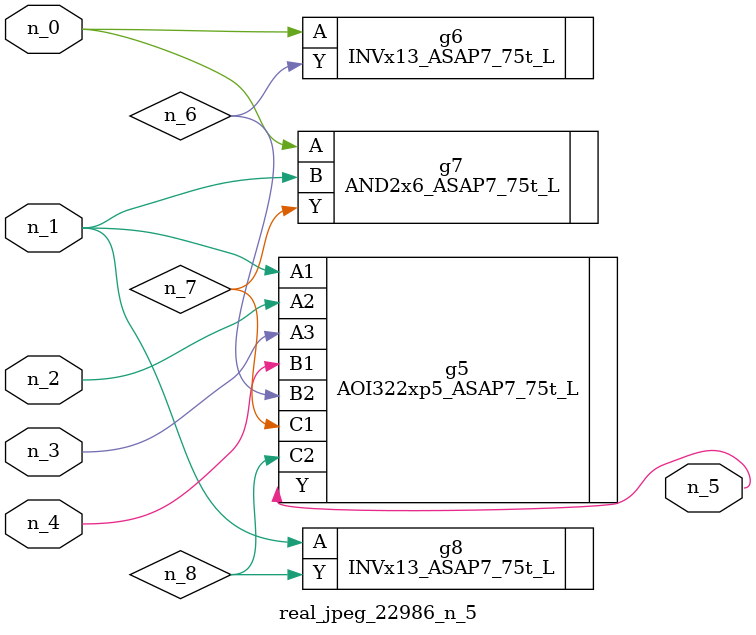
<source format=v>
module real_jpeg_22986_n_5 (n_4, n_0, n_1, n_2, n_3, n_5);

input n_4;
input n_0;
input n_1;
input n_2;
input n_3;

output n_5;

wire n_8;
wire n_6;
wire n_7;

INVx13_ASAP7_75t_L g6 ( 
.A(n_0),
.Y(n_6)
);

AND2x6_ASAP7_75t_L g7 ( 
.A(n_0),
.B(n_1),
.Y(n_7)
);

AOI322xp5_ASAP7_75t_L g5 ( 
.A1(n_1),
.A2(n_2),
.A3(n_3),
.B1(n_4),
.B2(n_6),
.C1(n_7),
.C2(n_8),
.Y(n_5)
);

INVx13_ASAP7_75t_L g8 ( 
.A(n_1),
.Y(n_8)
);


endmodule
</source>
